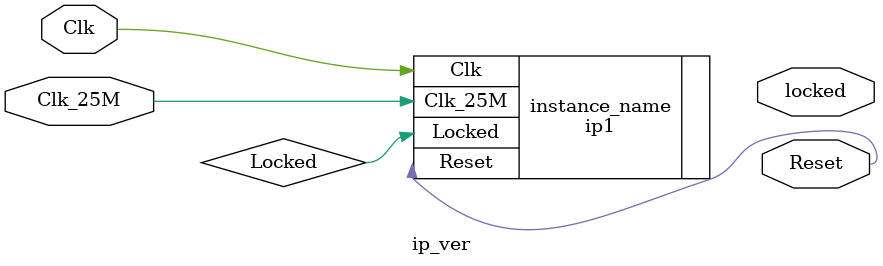
<source format=v>
`timescale 1ns / 1ps
module ip_ver(
    input Clk,
    output Reset,
    input Clk_25M,
    output locked
    );
	
ip1 instance_name
   (// Clock in ports
    .Clk(Clk),      // IN
    // Clock out ports
    .Clk_25M(Clk_25M),     // OUT
    // Status and control signals
    .Reset(Reset),// IN
    .Locked(Locked)); 


endmodule

</source>
